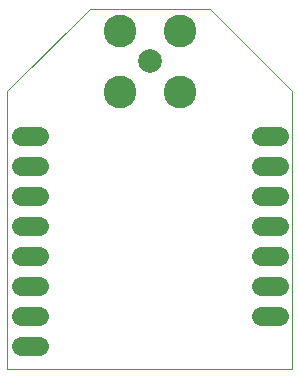
<source format=gbs>
G75*
%MOIN*%
%OFA0B0*%
%FSLAX25Y25*%
%IPPOS*%
%LPD*%
%AMOC8*
5,1,8,0,0,1.08239X$1,22.5*
%
%ADD10C,0.00000*%
%ADD11C,0.06400*%
%ADD12C,0.07900*%
%ADD13C,0.10900*%
D10*
X0001800Y0001800D02*
X0001800Y0094300D01*
X0029300Y0121800D01*
X0069300Y0121800D01*
X0096800Y0094300D01*
X0096800Y0001800D01*
X0001800Y0001800D01*
D11*
X0006300Y0009300D02*
X0012300Y0009300D01*
X0012300Y0019300D02*
X0006300Y0019300D01*
X0006300Y0029300D02*
X0012300Y0029300D01*
X0012300Y0039300D02*
X0006300Y0039300D01*
X0006300Y0049300D02*
X0012300Y0049300D01*
X0012300Y0059300D02*
X0006300Y0059300D01*
X0006300Y0069300D02*
X0012300Y0069300D01*
X0012300Y0079300D02*
X0006300Y0079300D01*
X0086300Y0079300D02*
X0092300Y0079300D01*
X0092300Y0069300D02*
X0086300Y0069300D01*
X0086300Y0059300D02*
X0092300Y0059300D01*
X0092300Y0049300D02*
X0086300Y0049300D01*
X0086300Y0039300D02*
X0092300Y0039300D01*
X0092300Y0029300D02*
X0086300Y0029300D01*
X0086300Y0019300D02*
X0092300Y0019300D01*
D12*
X0049300Y0104300D03*
D13*
X0059339Y0094261D03*
X0059339Y0114339D03*
X0039261Y0114339D03*
X0039261Y0094261D03*
M02*

</source>
